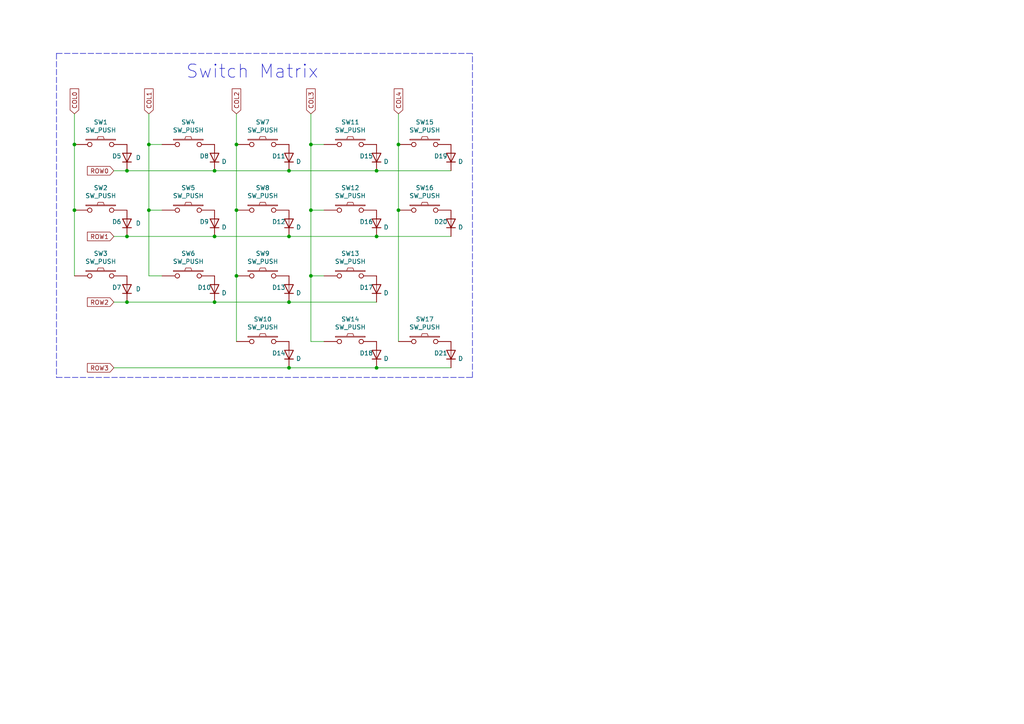
<source format=kicad_sch>
(kicad_sch (version 20211123) (generator eeschema)
  (paper "A4")
  (lib_symbols
    (symbol "nightwing-rescue:D-Device-monarch-rescue-butterfly-rescue" (pin_numbers hide) (pin_names (offset 1.016) hide)
      (property "Reference" "D" (at 0 2.54 0))
      (property "Value" "D-Device-monarch-rescue-butterfly-rescue" (at 0 -2.54 0))
      (symbol "D-Device-monarch-rescue-butterfly-rescue_0_1"
        (polyline (pts (xy -1.27 1.27) (xy -1.27 -1.27)) (stroke (width 0.254)))
        (polyline (pts (xy 1.27 0) (xy -1.27 0)))
        (polyline (pts (xy 1.27 1.27) (xy 1.27 -1.27) (xy -1.27 0) (xy 1.27 1.27)) (stroke (width 0.254)))
      )
      (symbol "D-Device-monarch-rescue-butterfly-rescue_1_1"
        (pin passive line (at -3.81 0 0) (length 2.54) (name "K") (number "1"))
        (pin passive line (at 3.81 0 180) (length 2.54) (name "A") (number "2"))
      )
    )
    (symbol "nightwing-rescue:SW_PUSH-keyboard_parts" (pin_numbers hide) (pin_names (offset 1.016) hide)
      (property "Reference" "SW" (at 3.81 2.794 0))
      (property "Value" "SW_PUSH-keyboard_parts" (at 0 -2.032 0))
      (symbol "SW_PUSH-keyboard_parts_0_1"
        (rectangle (start -4.318 1.27) (end 4.318 1.524))
        (polyline (pts (xy -1.016 1.524) (xy -0.762 2.286) (xy 0.762 2.286) (xy 1.016 1.524)))
        (pin passive inverted (at -7.62 0 0) (length 5.08) (name "1") (number "1"))
        (pin passive inverted (at 7.62 0 180) (length 5.08) (name "2") (number "2"))
      )
    )
  )
  (junction (at 21.59 41.91) (diameter 0.9144))
  (junction (at 43.18 60.96) (diameter 0.9144))
  (junction (at 21.59 60.96) (diameter 0.9144))
  (junction (at 62.23 49.53) (diameter 0.9144))
  (junction (at 90.17 60.96) (diameter 0.9144))
  (junction (at 68.58 41.91) (diameter 0.9144))
  (junction (at 36.83 87.63) (diameter 0.9144))
  (junction (at 68.58 80.01) (diameter 0.9144))
  (junction (at 83.82 106.68) (diameter 0.9144))
  (junction (at 109.22 49.53) (diameter 0.9144))
  (junction (at 115.57 41.91) (diameter 0.9144))
  (junction (at 109.22 68.58) (diameter 0.9144))
  (junction (at 109.22 106.68) (diameter 0.9144))
  (junction (at 90.17 41.91) (diameter 0.9144))
  (junction (at 83.82 87.63) (diameter 0.9144))
  (junction (at 83.82 68.58) (diameter 0.9144))
  (junction (at 62.23 87.63) (diameter 0.9144))
  (junction (at 62.23 68.58) (diameter 0.9144))
  (junction (at 43.18 41.91) (diameter 0.9144))
  (junction (at 83.82 49.53) (diameter 0.9144))
  (junction (at 36.83 49.53) (diameter 0.9144))
  (junction (at 90.17 80.01) (diameter 0.9144))
  (junction (at 68.58 60.96) (diameter 0.9144))
  (junction (at 115.57 60.96) (diameter 0.9144))
  (junction (at 36.83 68.58) (diameter 0.9144))
  (wire (pts (xy 83.82 49.53) (xy 62.23 49.53)))
  (wire (pts (xy 130.81 106.68) (xy 109.22 106.68)))
  (wire (pts (xy 130.81 68.58) (xy 109.22 68.58)))
  (polyline (pts (xy 137.033 109.474) (xy 137.033 15.494)) (stroke (width 0) (type dash)))
  (wire (pts (xy 83.82 68.58) (xy 62.23 68.58)))
  (polyline (pts (xy 16.383 15.494) (xy 137.033 15.494)) (stroke (width 0) (type dash)))
  (polyline (pts (xy 16.383 15.494) (xy 16.383 109.474)) (stroke (width 0) (type dash)))
  (wire (pts (xy 68.58 33.02) (xy 68.58 41.91)))
  (wire (pts (xy 21.59 33.02) (xy 21.59 41.91)))
  (wire (pts (xy 36.83 87.63) (xy 62.23 87.63)))
  (wire (pts (xy 36.83 68.58) (xy 62.23 68.58)))
  (wire (pts (xy 90.17 99.06) (xy 93.98 99.06)))
  (wire (pts (xy 90.17 33.02) (xy 90.17 41.91)))
  (polyline (pts (xy 16.383 109.474) (xy 137.033 109.474)) (stroke (width 0) (type dash)))
  (wire (pts (xy 36.83 49.53) (xy 62.23 49.53)))
  (wire (pts (xy 68.58 60.96) (xy 68.58 80.01)))
  (wire (pts (xy 33.02 49.53) (xy 36.83 49.53)))
  (wire (pts (xy 115.57 41.91) (xy 115.57 60.96)))
  (wire (pts (xy 43.18 80.01) (xy 46.99 80.01)))
  (wire (pts (xy 115.57 60.96) (xy 115.57 99.06)))
  (wire (pts (xy 90.17 60.96) (xy 90.17 80.01)))
  (wire (pts (xy 130.81 49.53) (xy 109.22 49.53)))
  (wire (pts (xy 90.17 80.01) (xy 93.98 80.01)))
  (wire (pts (xy 90.17 60.96) (xy 93.98 60.96)))
  (wire (pts (xy 43.18 41.91) (xy 46.99 41.91)))
  (wire (pts (xy 90.17 80.01) (xy 90.17 99.06)))
  (wire (pts (xy 115.57 33.02) (xy 115.57 41.91)))
  (wire (pts (xy 83.82 87.63) (xy 109.22 87.63)))
  (wire (pts (xy 43.18 33.02) (xy 43.18 41.91)))
  (wire (pts (xy 33.02 68.58) (xy 36.83 68.58)))
  (wire (pts (xy 33.02 106.68) (xy 83.82 106.68)))
  (wire (pts (xy 83.82 68.58) (xy 109.22 68.58)))
  (wire (pts (xy 68.58 41.91) (xy 68.58 60.96)))
  (wire (pts (xy 21.59 41.91) (xy 21.59 60.96)))
  (wire (pts (xy 43.18 60.96) (xy 43.18 80.01)))
  (wire (pts (xy 83.82 106.68) (xy 109.22 106.68)))
  (wire (pts (xy 68.58 80.01) (xy 68.58 99.06)))
  (wire (pts (xy 90.17 41.91) (xy 90.17 60.96)))
  (wire (pts (xy 90.17 41.91) (xy 93.98 41.91)))
  (wire (pts (xy 43.18 41.91) (xy 43.18 60.96)))
  (wire (pts (xy 83.82 49.53) (xy 109.22 49.53)))
  (wire (pts (xy 33.02 87.63) (xy 36.83 87.63)))
  (wire (pts (xy 21.59 60.96) (xy 21.59 80.01)))
  (wire (pts (xy 83.82 87.63) (xy 62.23 87.63)))
  (wire (pts (xy 43.18 60.96) (xy 46.99 60.96)))
  (text "Switch Matrix\n" (at 53.848 23.114 0) (effects (font (size 3.81 3.81)) (justify left bottom)))
  (global_label "ROW3" (shape input) (at 33.02 106.68 180) (property "Intersheet References" "${INTERSHEET_REFS}" (effects hide)))
  (global_label "COL1" (shape input) (at 43.18 33.02 90) (property "Intersheet References" "${INTERSHEET_REFS}" (effects hide)))
  (global_label "ROW2" (shape input) (at 33.02 87.63 180) (property "Intersheet References" "${INTERSHEET_REFS}" (effects hide)))
  (global_label "ROW0" (shape input) (at 33.02 49.53 180) (property "Intersheet References" "${INTERSHEET_REFS}" (effects hide)))
  (global_label "ROW1" (shape input) (at 33.02 68.58 180) (property "Intersheet References" "${INTERSHEET_REFS}" (effects hide)))
  (global_label "COL0" (shape input) (at 21.59 33.02 90) (property "Intersheet References" "${INTERSHEET_REFS}" (effects hide)))
  (global_label "COL4" (shape input) (at 115.57 33.02 90) (property "Intersheet References" "${INTERSHEET_REFS}" (effects hide)))
  (global_label "COL3" (shape input) (at 90.17 33.02 90) (property "Intersheet References" "${INTERSHEET_REFS}" (effects hide)))
  (global_label "COL2" (shape input) (at 68.58 33.02 90) (property "Intersheet References" "${INTERSHEET_REFS}" (effects hide)))
  (symbol (lib_id "nightwing-rescue:SW_PUSH-keyboard_parts") (at 76.2 80.01 0) (unit 1)
    (property "Reference" "SW9" (at 76.2 73.533 0))
    (property "Value" "SW_PUSH" (at 76.2 75.8444 0))
    (property "Footprint" "keyswitches:Kailh_socket_PG1350_reversible" (effects hide))
  )
  (symbol (lib_id "nightwing-rescue:SW_PUSH-keyboard_parts") (at 101.6 41.91 0) (unit 1)
    (property "Reference" "SW11" (at 101.6 35.433 0))
    (property "Value" "SW_PUSH" (at 101.6 37.7444 0))
    (property "Footprint" "keyswitches:Kailh_socket_PG1350_reversible" (effects hide))
  )
  (symbol (lib_id "nightwing-rescue:SW_PUSH-keyboard_parts") (at 76.2 60.96 0) (unit 1)
    (property "Reference" "SW8" (at 76.2 54.483 0))
    (property "Value" "SW_PUSH" (at 76.2 56.7944 0))
    (property "Footprint" "keyswitches:Kailh_socket_PG1350_reversible" (effects hide))
  )
  (symbol (lib_id "nightwing-rescue:D-Device-monarch-rescue-butterfly-rescue") (at 62.23 83.82 90) (unit 1)
    (property "Reference" "D10" (at 59.2582 82.6516 90) (effects (justify bottom)))
    (property "Value" "D" (at 64.262 84.963 90) (effects (justify right)))
    (property "Footprint" "reversible-kicad-footprints:D_SOD-123_smaller" (effects hide))
  )
  (symbol (lib_id "nightwing-rescue:D-Device-monarch-rescue-butterfly-rescue") (at 83.82 45.72 90) (unit 1)
    (property "Reference" "D11" (at 80.8482 44.5516 90) (effects (justify bottom)))
    (property "Value" "D" (at 85.852 46.863 90) (effects (justify right)))
    (property "Footprint" "reversible-kicad-footprints:D_SOD-123_smaller" (effects hide))
  )
  (symbol (lib_id "nightwing-rescue:D-Device-monarch-rescue-butterfly-rescue") (at 83.82 102.87 90) (unit 1)
    (property "Reference" "D14" (at 80.8482 101.7016 90) (effects (justify bottom)))
    (property "Value" "D" (at 85.852 104.013 90) (effects (justify right)))
    (property "Footprint" "reversible-kicad-footprints:D_SOD-123_smaller" (effects hide))
  )
  (symbol (lib_id "nightwing-rescue:D-Device-monarch-rescue-butterfly-rescue") (at 36.83 45.72 90) (unit 1)
    (property "Reference" "D5" (at 33.8582 44.5516 90) (effects (justify bottom)))
    (property "Value" "D" (at 39.37 45.72 90) (effects (justify right)))
    (property "Footprint" "reversible-kicad-footprints:D_SOD-123_smaller" (effects hide))
  )
  (symbol (lib_id "nightwing-rescue:SW_PUSH-keyboard_parts") (at 123.19 60.96 0) (unit 1)
    (property "Reference" "SW16" (at 123.19 54.483 0))
    (property "Value" "SW_PUSH" (at 123.19 56.7944 0))
    (property "Footprint" "keyswitches:Kailh_socket_PG1350_reversible" (effects hide))
  )
  (symbol (lib_id "nightwing-rescue:D-Device-monarch-rescue-butterfly-rescue") (at 83.82 64.77 90) (unit 1)
    (property "Reference" "D12" (at 80.8482 63.6016 90) (effects (justify bottom)))
    (property "Value" "D" (at 85.852 65.913 90) (effects (justify right)))
    (property "Footprint" "reversible-kicad-footprints:D_SOD-123_smaller" (effects hide))
  )
  (symbol (lib_id "nightwing-rescue:SW_PUSH-keyboard_parts") (at 123.19 41.91 0) (unit 1)
    (property "Reference" "SW15" (at 123.19 35.433 0))
    (property "Value" "SW_PUSH" (at 123.19 37.7444 0))
    (property "Footprint" "keyswitches:Kailh_socket_PG1350_reversible" (effects hide))
  )
  (symbol (lib_id "nightwing-rescue:SW_PUSH-keyboard_parts") (at 29.21 41.91 0) (unit 1)
    (property "Reference" "SW1" (at 29.21 35.433 0))
    (property "Value" "SW_PUSH" (at 29.21 37.7444 0))
    (property "Footprint" "keyswitches:Kailh_socket_PG1350_reversible" (effects hide))
  )
  (symbol (lib_id "nightwing-rescue:D-Device-monarch-rescue-butterfly-rescue") (at 109.22 64.77 90) (unit 1)
    (property "Reference" "D16" (at 106.2482 63.6016 90) (effects (justify bottom)))
    (property "Value" "D" (at 111.252 65.913 90) (effects (justify right)))
    (property "Footprint" "reversible-kicad-footprints:D_SOD-123_smaller" (effects hide))
  )
  (symbol (lib_id "nightwing-rescue:D-Device-monarch-rescue-butterfly-rescue") (at 130.81 102.87 90) (unit 1)
    (property "Reference" "D21" (at 127.8382 101.7016 90) (effects (justify bottom)))
    (property "Value" "D" (at 132.842 104.013 90) (effects (justify right)))
    (property "Footprint" "reversible-kicad-footprints:D_SOD-123_smaller" (effects hide))
  )
  (symbol (lib_id "nightwing-rescue:D-Device-monarch-rescue-butterfly-rescue") (at 109.22 83.82 90) (unit 1)
    (property "Reference" "D17" (at 106.2482 82.6516 90) (effects (justify bottom)))
    (property "Value" "D" (at 111.252 84.963 90) (effects (justify right)))
    (property "Footprint" "reversible-kicad-footprints:D_SOD-123_smaller" (effects hide))
  )
  (symbol (lib_id "nightwing-rescue:D-Device-monarch-rescue-butterfly-rescue") (at 36.83 83.82 90) (unit 1)
    (property "Reference" "D7" (at 33.8582 82.6516 90) (effects (justify bottom)))
    (property "Value" "D" (at 39.37 83.82 90) (effects (justify right)))
    (property "Footprint" "reversible-kicad-footprints:D_SOD-123_smaller" (effects hide))
  )
  (symbol (lib_id "nightwing-rescue:SW_PUSH-keyboard_parts") (at 54.61 41.91 0) (unit 1)
    (property "Reference" "SW4" (at 54.61 35.433 0))
    (property "Value" "SW_PUSH" (at 54.61 37.7444 0))
    (property "Footprint" "keyswitches:Kailh_socket_PG1350_reversible" (effects hide))
  )
  (symbol (lib_id "nightwing-rescue:D-Device-monarch-rescue-butterfly-rescue") (at 109.22 102.87 90) (unit 1)
    (property "Reference" "D18" (at 106.2482 101.7016 90) (effects (justify bottom)))
    (property "Value" "D" (at 111.252 104.013 90) (effects (justify right)))
    (property "Footprint" "reversible-kicad-footprints:D_SOD-123_smaller" (effects hide))
  )
  (symbol (lib_id "nightwing-rescue:SW_PUSH-keyboard_parts") (at 29.21 80.01 0) (unit 1)
    (property "Reference" "SW3" (at 29.21 73.533 0))
    (property "Value" "SW_PUSH" (at 29.21 75.8444 0))
    (property "Footprint" "keyswitches:Kailh_socket_PG1350_reversible" (effects hide))
  )
  (symbol (lib_id "nightwing-rescue:SW_PUSH-keyboard_parts") (at 54.61 60.96 0) (unit 1)
    (property "Reference" "SW5" (at 54.61 54.483 0))
    (property "Value" "SW_PUSH" (at 54.61 56.7944 0))
    (property "Footprint" "keyswitches:Kailh_socket_PG1350_reversible" (effects hide))
  )
  (symbol (lib_id "nightwing-rescue:SW_PUSH-keyboard_parts") (at 101.6 60.96 0) (unit 1)
    (property "Reference" "SW12" (at 101.6 54.483 0))
    (property "Value" "SW_PUSH" (at 101.6 56.7944 0))
    (property "Footprint" "keyswitches:Kailh_socket_PG1350_reversible" (effects hide))
  )
  (symbol (lib_id "nightwing-rescue:SW_PUSH-keyboard_parts") (at 76.2 99.06 0) (unit 1)
    (property "Reference" "SW10" (at 76.2 92.583 0))
    (property "Value" "SW_PUSH" (at 76.2 94.8944 0))
    (property "Footprint" "keyswitches:Kailh_socket_PG1350_reversible_1.5U" (effects hide))
  )
  (symbol (lib_id "nightwing-rescue:SW_PUSH-keyboard_parts") (at 101.6 99.06 0) (unit 1)
    (property "Reference" "SW14" (at 101.6 92.583 0))
    (property "Value" "SW_PUSH" (at 101.6 94.8944 0))
    (property "Footprint" "keyswitches:Kailh_socket_PG1350_reversible_1.5U" (effects hide))
  )
  (symbol (lib_id "nightwing-rescue:SW_PUSH-keyboard_parts") (at 54.61 80.01 0) (unit 1)
    (property "Reference" "SW6" (at 54.61 73.533 0))
    (property "Value" "SW_PUSH" (at 54.61 75.8444 0))
    (property "Footprint" "keyswitches:Kailh_socket_PG1350_reversible" (effects hide))
  )
  (symbol (lib_id "nightwing-rescue:SW_PUSH-keyboard_parts") (at 76.2 41.91 0) (unit 1)
    (property "Reference" "SW7" (at 76.2 35.433 0))
    (property "Value" "SW_PUSH" (at 76.2 37.7444 0))
    (property "Footprint" "keyswitches:Kailh_socket_PG1350_reversible" (effects hide))
  )
  (symbol (lib_id "nightwing-rescue:D-Device-monarch-rescue-butterfly-rescue") (at 109.22 45.72 90) (unit 1)
    (property "Reference" "D15" (at 106.2482 44.5516 90) (effects (justify bottom)))
    (property "Value" "D" (at 111.252 46.863 90) (effects (justify right)))
    (property "Footprint" "reversible-kicad-footprints:D_SOD-123_smaller" (effects hide))
  )
  (symbol (lib_id "nightwing-rescue:D-Device-monarch-rescue-butterfly-rescue") (at 130.81 45.72 90) (unit 1)
    (property "Reference" "D19" (at 127.8382 44.5516 90) (effects (justify bottom)))
    (property "Value" "D" (at 132.842 46.863 90) (effects (justify right)))
    (property "Footprint" "reversible-kicad-footprints:D_SOD-123_smaller" (effects hide))
  )
  (symbol (lib_id "nightwing-rescue:D-Device-monarch-rescue-butterfly-rescue") (at 62.23 45.72 90) (unit 1)
    (property "Reference" "D8" (at 59.2582 44.5516 90) (effects (justify bottom)))
    (property "Value" "D" (at 64.262 46.863 90) (effects (justify right)))
    (property "Footprint" "reversible-kicad-footprints:D_SOD-123_smaller" (effects hide))
  )
  (symbol (lib_id "nightwing-rescue:SW_PUSH-keyboard_parts") (at 101.6 80.01 0) (unit 1)
    (property "Reference" "SW13" (at 101.6 73.533 0))
    (property "Value" "SW_PUSH" (at 101.6 75.8444 0))
    (property "Footprint" "keyswitches:Kailh_socket_PG1350_reversible" (effects hide))
  )
  (symbol (lib_id "nightwing-rescue:SW_PUSH-keyboard_parts") (at 29.21 60.96 0) (unit 1)
    (property "Reference" "SW2" (at 29.21 54.483 0))
    (property "Value" "SW_PUSH" (at 29.21 56.7944 0))
    (property "Footprint" "keyswitches:Kailh_socket_PG1350_reversible" (effects hide))
  )
  (symbol (lib_id "nightwing-rescue:D-Device-monarch-rescue-butterfly-rescue") (at 62.23 64.77 90) (unit 1)
    (property "Reference" "D9" (at 59.2582 63.6016 90) (effects (justify bottom)))
    (property "Value" "D" (at 64.262 65.913 90) (effects (justify right)))
    (property "Footprint" "reversible-kicad-footprints:D_SOD-123_smaller" (effects hide))
  )
  (symbol (lib_id "nightwing-rescue:SW_PUSH-keyboard_parts") (at 123.19 99.06 0) (unit 1)
    (property "Reference" "SW17" (at 123.19 92.583 0))
    (property "Value" "SW_PUSH" (at 123.19 94.8944 0))
    (property "Footprint" "keyswitches:Kailh_socket_PG1350_reversible_1.5U" (effects hide))
  )
  (symbol (lib_id "nightwing-rescue:D-Device-monarch-rescue-butterfly-rescue") (at 36.83 64.77 90) (unit 1)
    (property "Reference" "D6" (at 33.8582 63.6016 90) (effects (justify bottom)))
    (property "Value" "D" (at 39.37 64.77 90) (effects (justify right)))
    (property "Footprint" "reversible-kicad-footprints:D_SOD-123_smaller" (effects hide))
  )
  (symbol (lib_id "nightwing-rescue:D-Device-monarch-rescue-butterfly-rescue") (at 83.82 83.82 90) (unit 1)
    (property "Reference" "D13" (at 80.8482 82.6516 90) (effects (justify bottom)))
    (property "Value" "D" (at 85.852 84.963 90) (effects (justify right)))
    (property "Footprint" "reversible-kicad-footprints:D_SOD-123_smaller" (effects hide))
  )
  (symbol (lib_id "nightwing-rescue:D-Device-monarch-rescue-butterfly-rescue") (at 130.81 64.77 90) (unit 1)
    (property "Reference" "D20" (at 127.8382 63.6016 90) (effects (justify bottom)))
    (property "Value" "D" (at 132.842 65.913 90) (effects (justify right)))
    (property "Footprint" "reversible-kicad-footprints:D_SOD-123_smaller" (effects hide))
  )
)
</source>
